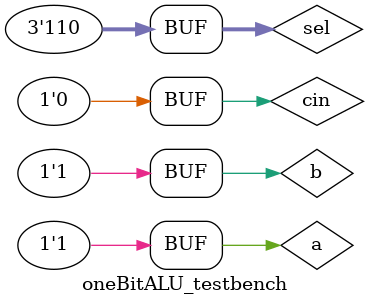
<source format=sv>
`timescale 1ns/10ps

module oneBitALU (out, cout, a, b, cin, sel);
		output logic out, cout;
		input logic a, b, cin;
		input logic [2:0] sel;
		
		logic [7:0] op;
		
		parameter delay = 0.05;
				
		//Addition and subtraction go to same wire, but split in mux.
		assign op[3] = op[2];

		//Add subtract output sent to mux selection value 3'b010
		not #delay (nb, b);
		mux2_1 m2 (.out(bMux), .in({nb,b}), .sel(sel[0]));
		fullAdder fA (.sum(op[2]), .cout, .a, .b(bMux), .cin);

		assign op[0] = b;
		and #delay (op[4], a, b);
		or #delay (op[5], a, b);
		xor #delay (op[6], a, b);
		
		mux8_1 m8 (.out, .in(op), .sel);
		
endmodule

module oneBitALU_testbench ();
		parameter WIDTH = 3;
		
		logic out, cout, a, b, cin;
		logic [2:0] sel;
		
		oneBitALU dut (.out, .cout, .a, .b, .cin, .sel);
		
		integer i, j;
		
		initial begin
				a = 0; b = 0; cin = 1; sel = 3'b010; #10;
				a = 1; b = 0; cin = 1; sel = 3'b010; #10;
				a = 0; b = 1; cin = 1; sel = 3'b010; #10;
				a = 1; b = 1; cin = 0; sel = 3'b010; #10;
				a = 0; b = 0; cin = 1; sel = 3'b011; #10;
				a = 0; b = 0; cin = 1; sel = 3'b011; #10;
				a = 1; b = 0; cin = 1; sel = 3'b011; #10;
				a = 0; b = 1;          sel = 3'b100; #10;
				a = 0; b = 1; cin = 0; sel = 3'b100; #10;
				a = 1; b = 1;          sel = 3'b101; #10;
				a = 0; b = 1;          sel = 3'b101; #10;
				a = 0; b = 1;          sel = 3'b110; #10;
				a = 1; b = 1;          sel = 3'b110; #10;

		end
endmodule
</source>
